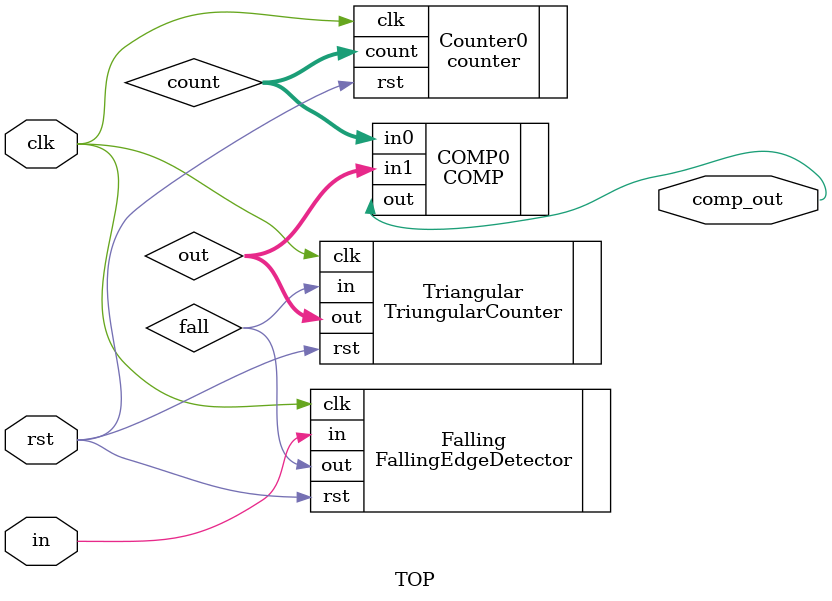
<source format=v>
`timescale 1ns / 1ps

module TOP(
          input in,
          input clk,
          input rst,
          output comp_out
          );
          
   wire fall;
   wire [7:0] out;
   wire [7:0] count;
   
   FallingEdgeDetector Falling(
                               .in(in),
                               .clk(clk),
                               .rst(rst),
                               .out(fall)
                               );
                               
   TriungularCounter Triangular(
                                .clk(clk),
                                .rst(rst),
                                .in(fall),
                                .out(out) 
                                );
                                
   counter Counter0(
                    .clk(clk),
                    .rst(rst),
                    .count(count)
                    );
                    
   COMP COMP0(
              .in1(out),
              .in0(count),
              .out(comp_out)
              );                                                              
          
endmodule

</source>
